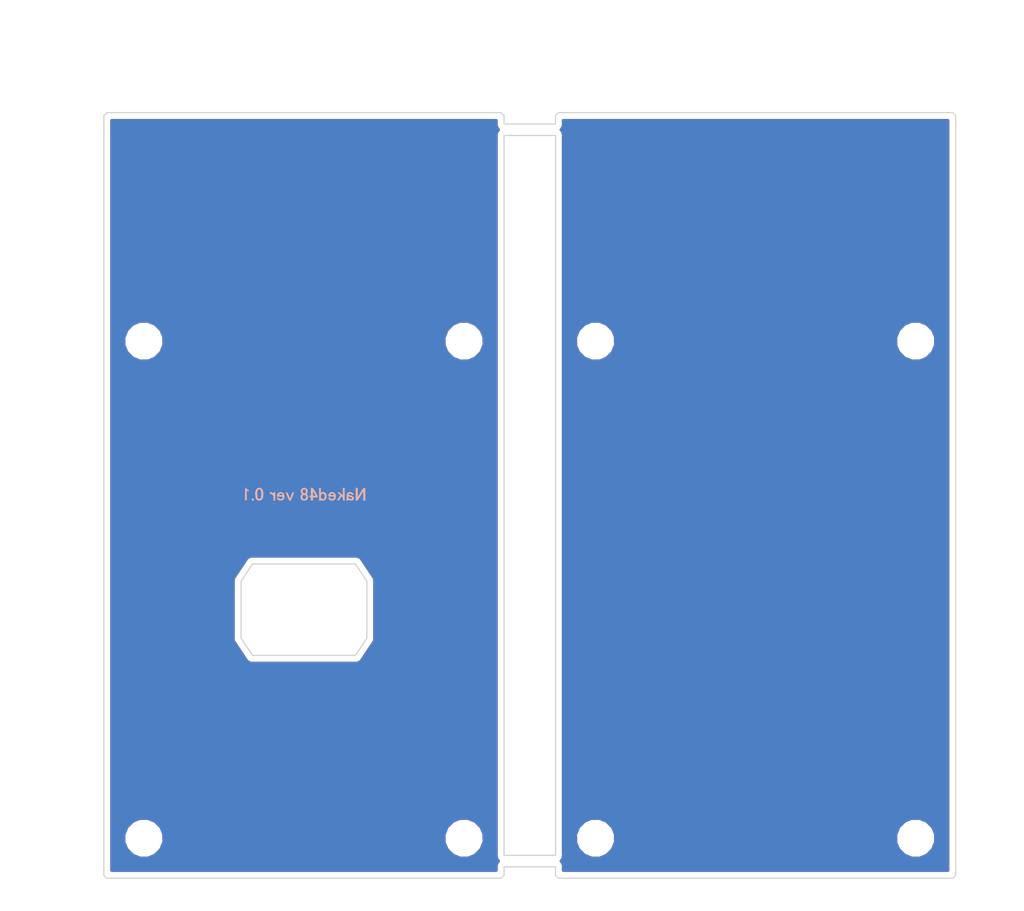
<source format=kicad_pcb>
(kicad_pcb (version 20171130) (host pcbnew "(5.0.1)-3")

  (general
    (thickness 1.6)
    (drawings 44)
    (tracks 0)
    (zones 0)
    (modules 9)
    (nets 1)
  )

  (page A4)
  (layers
    (0 F.Cu signal)
    (31 B.Cu signal)
    (32 B.Adhes user)
    (33 F.Adhes user)
    (34 B.Paste user)
    (35 F.Paste user)
    (36 B.SilkS user)
    (37 F.SilkS user)
    (38 B.Mask user)
    (39 F.Mask user)
    (40 Dwgs.User user)
    (41 Cmts.User user)
    (42 Eco1.User user)
    (43 Eco2.User user)
    (44 Edge.Cuts user)
    (45 Margin user)
    (46 B.CrtYd user)
    (47 F.CrtYd user)
    (48 B.Fab user)
    (49 F.Fab user)
  )

  (setup
    (last_trace_width 0.25)
    (user_trace_width 0.5)
    (trace_clearance 0.2)
    (zone_clearance 0.508)
    (zone_45_only no)
    (trace_min 0.2)
    (segment_width 0.2)
    (edge_width 0.1)
    (via_size 0.8)
    (via_drill 0.4)
    (via_min_size 0.4)
    (via_min_drill 0.3)
    (uvia_size 0.3)
    (uvia_drill 0.1)
    (uvias_allowed no)
    (uvia_min_size 0.2)
    (uvia_min_drill 0.1)
    (pcb_text_width 0.3)
    (pcb_text_size 1.5 1.5)
    (mod_edge_width 0.15)
    (mod_text_size 1 1)
    (mod_text_width 0.15)
    (pad_size 1.5 1.5)
    (pad_drill 0.6)
    (pad_to_mask_clearance 0)
    (solder_mask_min_width 0.25)
    (aux_axis_origin 0 0)
    (visible_elements 7FFFFFFF)
    (pcbplotparams
      (layerselection 0x010f0_ffffffff)
      (usegerberextensions true)
      (usegerberattributes false)
      (usegerberadvancedattributes false)
      (creategerberjobfile false)
      (excludeedgelayer true)
      (linewidth 0.100000)
      (plotframeref false)
      (viasonmask false)
      (mode 1)
      (useauxorigin false)
      (hpglpennumber 1)
      (hpglpenspeed 20)
      (hpglpendiameter 15.000000)
      (psnegative false)
      (psa4output false)
      (plotreference true)
      (plotvalue true)
      (plotinvisibletext false)
      (padsonsilk false)
      (subtractmaskfromsilk false)
      (outputformat 1)
      (mirror false)
      (drillshape 0)
      (scaleselection 1)
      (outputdirectory "../../Naked48/生成ファイル/20190512/60YMT/"))
  )

  (net 0 "")

  (net_class Default "これはデフォルトのネット クラスです。"
    (clearance 0.2)
    (trace_width 0.25)
    (via_dia 0.8)
    (via_drill 0.4)
    (uvia_dia 0.3)
    (uvia_drill 0.1)
  )

  (module Mounting_Holes:MountingHole_2.2mm_M2 (layer F.Cu) (tedit 5C40A84E) (tstamp 5C8D3AB8)
    (at 198.5 48)
    (descr "Mounting Hole 2.2mm, no annular, M2")
    (tags "mounting hole 2.2mm no annular m2")
    (attr virtual)
    (fp_text reference REF** (at 0 -3.2) (layer F.SilkS) hide
      (effects (font (size 1 1) (thickness 0.15)))
    )
    (fp_text value MountingHole_2.2mm_M2 (at 0 3.2) (layer F.Fab)
      (effects (font (size 1 1) (thickness 0.15)))
    )
    (fp_circle (center 0 0) (end 2.45 0) (layer F.CrtYd) (width 0.05))
    (fp_circle (center 0 0) (end 2.2 0) (layer Cmts.User) (width 0.15))
    (fp_text user %R (at 0.3 0) (layer F.Fab)
      (effects (font (size 1 1) (thickness 0.15)))
    )
    (pad 1 np_thru_hole circle (at 0 0) (size 2.2 2.2) (drill 2.2) (layers *.Cu *.Mask))
  )

  (module Mounting_Holes:MountingHole_2.2mm_M2 (layer F.Cu) (tedit 5C40A881) (tstamp 5C8D3AB1)
    (at 170.5 91.5)
    (descr "Mounting Hole 2.2mm, no annular, M2")
    (tags "mounting hole 2.2mm no annular m2")
    (attr virtual)
    (fp_text reference REF** (at 0 -3.2) (layer F.SilkS) hide
      (effects (font (size 1 1) (thickness 0.15)))
    )
    (fp_text value MountingHole_2.2mm_M2 (at 0 3.2) (layer F.Fab)
      (effects (font (size 1 1) (thickness 0.15)))
    )
    (fp_circle (center 0 0) (end 2.45 0) (layer F.CrtYd) (width 0.05))
    (fp_circle (center 0 0) (end 2.2 0) (layer Cmts.User) (width 0.15))
    (fp_text user %R (at 0.3 0) (layer F.Fab)
      (effects (font (size 1 1) (thickness 0.15)))
    )
    (pad 1 np_thru_hole circle (at 0 0) (size 2.2 2.2) (drill 2.2) (layers *.Cu *.Mask))
  )

  (module Mounting_Holes:MountingHole_2.2mm_M2 (layer F.Cu) (tedit 5C40A8A5) (tstamp 5C8D3AAA)
    (at 198.5 91.5)
    (descr "Mounting Hole 2.2mm, no annular, M2")
    (tags "mounting hole 2.2mm no annular m2")
    (attr virtual)
    (fp_text reference REF** (at 0 -3.2) (layer F.SilkS) hide
      (effects (font (size 1 1) (thickness 0.15)))
    )
    (fp_text value MountingHole_2.2mm_M2 (at 0 3.2) (layer F.Fab)
      (effects (font (size 1 1) (thickness 0.15)))
    )
    (fp_circle (center 0 0) (end 2.45 0) (layer F.CrtYd) (width 0.05))
    (fp_circle (center 0 0) (end 2.2 0) (layer Cmts.User) (width 0.15))
    (fp_text user %R (at 0.3 0) (layer F.Fab)
      (effects (font (size 1 1) (thickness 0.15)))
    )
    (pad 1 np_thru_hole circle (at 0 0) (size 2.2 2.2) (drill 2.2) (layers *.Cu *.Mask))
  )

  (module Mounting_Holes:MountingHole_2.2mm_M2 (layer F.Cu) (tedit 5C40A83E) (tstamp 5C8D3AA3)
    (at 170.5 48)
    (descr "Mounting Hole 2.2mm, no annular, M2")
    (tags "mounting hole 2.2mm no annular m2")
    (attr virtual)
    (fp_text reference REF** (at 0 -3.2) (layer F.SilkS) hide
      (effects (font (size 1 1) (thickness 0.15)))
    )
    (fp_text value MountingHole_2.2mm_M2 (at 0 3.2) (layer F.Fab)
      (effects (font (size 1 1) (thickness 0.15)))
    )
    (fp_circle (center 0 0) (end 2.45 0) (layer F.CrtYd) (width 0.05))
    (fp_circle (center 0 0) (end 2.2 0) (layer Cmts.User) (width 0.15))
    (fp_text user %R (at 0.3 0) (layer F.Fab)
      (effects (font (size 1 1) (thickness 0.15)))
    )
    (pad 1 np_thru_hole circle (at 0 0) (size 2.2 2.2) (drill 2.2) (layers *.Cu *.Mask))
  )

  (module Mounting_Holes:MountingHole_2.2mm_M2 (layer F.Cu) (tedit 5C40A83E) (tstamp 5C40E8CA)
    (at 131 48)
    (descr "Mounting Hole 2.2mm, no annular, M2")
    (tags "mounting hole 2.2mm no annular m2")
    (attr virtual)
    (fp_text reference REF** (at 0 -3.2) (layer F.SilkS) hide
      (effects (font (size 1 1) (thickness 0.15)))
    )
    (fp_text value MountingHole_2.2mm_M2 (at 0 3.2) (layer F.Fab)
      (effects (font (size 1 1) (thickness 0.15)))
    )
    (fp_text user %R (at 0.3 0) (layer F.Fab)
      (effects (font (size 1 1) (thickness 0.15)))
    )
    (fp_circle (center 0 0) (end 2.2 0) (layer Cmts.User) (width 0.15))
    (fp_circle (center 0 0) (end 2.45 0) (layer F.CrtYd) (width 0.05))
    (pad 1 np_thru_hole circle (at 0 0) (size 2.2 2.2) (drill 2.2) (layers *.Cu *.Mask))
  )

  (module Mounting_Holes:MountingHole_2.2mm_M2 (layer F.Cu) (tedit 5C40A84E) (tstamp 5C40E8EA)
    (at 159 48)
    (descr "Mounting Hole 2.2mm, no annular, M2")
    (tags "mounting hole 2.2mm no annular m2")
    (attr virtual)
    (fp_text reference REF** (at 0 -3.2) (layer F.SilkS) hide
      (effects (font (size 1 1) (thickness 0.15)))
    )
    (fp_text value MountingHole_2.2mm_M2 (at 0 3.2) (layer F.Fab)
      (effects (font (size 1 1) (thickness 0.15)))
    )
    (fp_text user %R (at 0.3 0) (layer F.Fab)
      (effects (font (size 1 1) (thickness 0.15)))
    )
    (fp_circle (center 0 0) (end 2.2 0) (layer Cmts.User) (width 0.15))
    (fp_circle (center 0 0) (end 2.45 0) (layer F.CrtYd) (width 0.05))
    (pad 1 np_thru_hole circle (at 0 0) (size 2.2 2.2) (drill 2.2) (layers *.Cu *.Mask))
  )

  (module Mounting_Holes:MountingHole_2.2mm_M2 (layer F.Cu) (tedit 5C40A881) (tstamp 5C40E932)
    (at 131 91.5)
    (descr "Mounting Hole 2.2mm, no annular, M2")
    (tags "mounting hole 2.2mm no annular m2")
    (attr virtual)
    (fp_text reference REF** (at 0 -3.2) (layer F.SilkS) hide
      (effects (font (size 1 1) (thickness 0.15)))
    )
    (fp_text value MountingHole_2.2mm_M2 (at 0 3.2) (layer F.Fab)
      (effects (font (size 1 1) (thickness 0.15)))
    )
    (fp_text user %R (at 0.3 0) (layer F.Fab)
      (effects (font (size 1 1) (thickness 0.15)))
    )
    (fp_circle (center 0 0) (end 2.2 0) (layer Cmts.User) (width 0.15))
    (fp_circle (center 0 0) (end 2.45 0) (layer F.CrtYd) (width 0.05))
    (pad 1 np_thru_hole circle (at 0 0) (size 2.2 2.2) (drill 2.2) (layers *.Cu *.Mask))
  )

  (module Mounting_Holes:MountingHole_2.2mm_M2 (layer F.Cu) (tedit 5C40A8A5) (tstamp 5C40E97D)
    (at 159 91.5)
    (descr "Mounting Hole 2.2mm, no annular, M2")
    (tags "mounting hole 2.2mm no annular m2")
    (attr virtual)
    (fp_text reference REF** (at 0 -3.2) (layer F.SilkS) hide
      (effects (font (size 1 1) (thickness 0.15)))
    )
    (fp_text value MountingHole_2.2mm_M2 (at 0 3.2) (layer F.Fab)
      (effects (font (size 1 1) (thickness 0.15)))
    )
    (fp_text user %R (at 0.3 0) (layer F.Fab)
      (effects (font (size 1 1) (thickness 0.15)))
    )
    (fp_circle (center 0 0) (end 2.2 0) (layer Cmts.User) (width 0.15))
    (fp_circle (center 0 0) (end 2.45 0) (layer F.CrtYd) (width 0.05))
    (pad 1 np_thru_hole circle (at 0 0) (size 2.2 2.2) (drill 2.2) (layers *.Cu *.Mask))
  )

  (module logos:Naked48_back (layer F.Cu) (tedit 5C3F610B) (tstamp 5C446F42)
    (at 145 61.5)
    (fp_text reference G*** (at 0 0 180) (layer B.SilkS) hide
      (effects (font (size 1.524 1.524) (thickness 0.3)) (justify mirror))
    )
    (fp_text value LOGO (at -0.75 0 180) (layer B.SilkS) hide
      (effects (font (size 1.524 1.524) (thickness 0.3)) (justify mirror))
    )
    (fp_poly (pts (xy -5.130255 -0.680147) (xy -5.139933 -0.659207) (xy -5.146918 -0.617011) (xy -5.151623 -0.547591)
      (xy -5.154462 -0.444978) (xy -5.15585 -0.303203) (xy -5.1562 -0.127) (xy -5.1562 0.4318)
      (xy -5.0038 0.4318) (xy -5.0038 -0.4064) (xy -4.900337 -0.4064) (xy -4.833972 -0.41028)
      (xy -4.806588 -0.425494) (xy -4.805304 -0.45085) (xy -4.83672 -0.488826) (xy -4.889717 -0.503898)
      (xy -4.980835 -0.530229) (xy -5.038906 -0.589627) (xy -5.056617 -0.627607) (xy -5.087715 -0.672394)
      (xy -5.117471 -0.6858) (xy -5.130255 -0.680147)) (layer B.SilkS) (width 0.01))
    (fp_poly (pts (xy -4.542683 0.283331) (xy -4.567119 0.305515) (xy -4.571988 0.361533) (xy -4.572 0.3683)
      (xy -4.568068 0.427883) (xy -4.545884 0.452319) (xy -4.489866 0.457188) (xy -4.4831 0.4572)
      (xy -4.423516 0.453268) (xy -4.39908 0.431084) (xy -4.394211 0.375066) (xy -4.3942 0.3683)
      (xy -4.398131 0.308716) (xy -4.420315 0.28428) (xy -4.476333 0.279411) (xy -4.4831 0.2794)
      (xy -4.542683 0.283331)) (layer B.SilkS) (width 0.01))
    (fp_poly (pts (xy -3.997201 -0.664824) (xy -4.057925 -0.642162) (xy -4.119158 -0.592247) (xy -4.124985 -0.586638)
      (xy -4.192498 -0.503452) (xy -4.236719 -0.402708) (xy -4.259986 -0.275191) (xy -4.264638 -0.111682)
      (xy -4.26235 -0.045289) (xy -4.24789 0.117662) (xy -4.219919 0.239038) (xy -4.175497 0.326955)
      (xy -4.111683 0.389528) (xy -4.102539 0.395747) (xy -3.991984 0.440588) (xy -3.86961 0.446456)
      (xy -3.760064 0.41408) (xy -3.679264 0.357969) (xy -3.622308 0.281676) (xy -3.585479 0.17668)
      (xy -3.565061 0.03446) (xy -3.560227 -0.044191) (xy -3.559862 -0.124946) (xy -3.729408 -0.124946)
      (xy -3.734287 0.007646) (xy -3.750759 0.125444) (xy -3.778823 0.212386) (xy -3.784321 0.22225)
      (xy -3.846791 0.28654) (xy -3.921399 0.306115) (xy -3.996593 0.279594) (xy -4.028313 0.25141)
      (xy -4.050452 0.219145) (xy -4.065544 0.173365) (xy -4.075297 0.103759) (xy -4.081423 0.000011)
      (xy -4.084127 -0.08514) (xy -4.086386 -0.213642) (xy -4.084248 -0.303165) (xy -4.076301 -0.365441)
      (xy -4.06113 -0.412203) (xy -4.040051 -0.45085) (xy -3.991385 -0.510147) (xy -3.934992 -0.532203)
      (xy -3.9116 -0.5334) (xy -3.848919 -0.521105) (xy -3.800786 -0.475922) (xy -3.784321 -0.45085)
      (xy -3.754425 -0.370258) (xy -3.73612 -0.256269) (xy -3.729408 -0.124946) (xy -3.559862 -0.124946)
      (xy -3.559419 -0.222532) (xy -3.576139 -0.361589) (xy -3.612726 -0.470556) (xy -3.671518 -0.558623)
      (xy -3.698214 -0.586638) (xy -3.760615 -0.639229) (xy -3.820426 -0.663752) (xy -3.903031 -0.670144)
      (xy -3.9116 -0.67017) (xy -3.997201 -0.664824)) (layer B.SilkS) (width 0.01))
    (fp_poly (pts (xy -2.995997 -0.259679) (xy -2.997142 -0.224968) (xy -2.992246 -0.166645) (xy -2.967701 -0.142593)
      (xy -2.916296 -0.136761) (xy -2.843009 -0.117874) (xy -2.769895 -0.061423) (xy -2.751254 -0.041884)
      (xy -2.709121 0.007042) (xy -2.684041 0.050365) (xy -2.671604 0.103548) (xy -2.667403 0.182051)
      (xy -2.667 0.253626) (xy -2.667 0.4572) (xy -2.5146 0.4572) (xy -2.5146 -0.2794)
      (xy -2.5908 -0.2794) (xy -2.645136 -0.272691) (xy -2.665059 -0.243588) (xy -2.667 -0.213643)
      (xy -2.667 -0.147885) (xy -2.745148 -0.213643) (xy -2.806731 -0.256099) (xy -2.8608 -0.278409)
      (xy -2.870071 -0.2794) (xy -2.933681 -0.287826) (xy -2.957022 -0.294818) (xy -2.984793 -0.294941)
      (xy -2.995997 -0.259679)) (layer B.SilkS) (width 0.01))
    (fp_poly (pts (xy -2.14897 -0.274747) (xy -2.24468 -0.217649) (xy -2.317339 -0.130422) (xy -2.357374 -0.01985)
      (xy -2.3622 0.037284) (xy -2.3622 0.1016) (xy -2.1082 0.1016) (xy -1.99267 0.102263)
      (xy -1.918722 0.105509) (xy -1.877143 0.113223) (xy -1.85872 0.127289) (xy -1.854239 0.149591)
      (xy -1.8542 0.153554) (xy -1.876303 0.218918) (xy -1.931502 0.279646) (xy -2.003134 0.320878)
      (xy -2.052308 0.3302) (xy -2.12185 0.312881) (xy -2.180153 0.27033) (xy -2.209101 0.216657)
      (xy -2.2098 0.207549) (xy -2.231851 0.186669) (xy -2.284988 0.177802) (xy -2.286 0.1778)
      (xy -2.344762 0.192122) (xy -2.362364 0.232591) (xy -2.338718 0.295457) (xy -2.290266 0.359105)
      (xy -2.237016 0.409267) (xy -2.179 0.436028) (xy -2.094656 0.448722) (xy -2.080716 0.44982)
      (xy -1.980714 0.450727) (xy -1.906687 0.432746) (xy -1.861783 0.408937) (xy -1.771065 0.328664)
      (xy -1.719672 0.223665) (xy -1.705073 0.088023) (xy -1.706987 0.047075) (xy -1.72612 -0.051429)
      (xy -1.86729 -0.051429) (xy -1.869817 -0.034752) (xy -1.901481 -0.027354) (xy -1.97116 -0.025461)
      (xy -2.016201 -0.0254) (xy -2.110141 -0.027938) (xy -2.162707 -0.036925) (xy -2.183134 -0.05442)
      (xy -2.1844 -0.062915) (xy -2.164896 -0.102826) (xy -2.121713 -0.141503) (xy -2.041797 -0.166619)
      (xy -1.959741 -0.148051) (xy -1.891049 -0.089751) (xy -1.885025 -0.081158) (xy -1.86729 -0.051429)
      (xy -1.72612 -0.051429) (xy -1.732603 -0.0848) (xy -1.791361 -0.182288) (xy -1.889084 -0.25383)
      (xy -1.926681 -0.271414) (xy -2.039779 -0.29493) (xy -2.14897 -0.274747)) (layer B.SilkS) (width 0.01))
    (fp_poly (pts (xy -0.973933 -0.275315) (xy -1.002892 -0.256497) (xy -1.03036 -0.213105) (xy -1.064036 -0.1353)
      (xy -1.079833 -0.09525) (xy -1.120128 0.007329) (xy -1.158353 0.103493) (xy -1.186618 0.173399)
      (xy -1.187899 0.176505) (xy -1.224106 0.26411) (xy -1.33266 -0.001295) (xy -1.380612 -0.116597)
      (xy -1.415783 -0.192978) (xy -1.443936 -0.238814) (xy -1.470833 -0.26248) (xy -1.502233 -0.272351)
      (xy -1.520707 -0.27466) (xy -1.575491 -0.277207) (xy -1.600097 -0.272543) (xy -1.6002 -0.272013)
      (xy -1.590846 -0.24614) (xy -1.565075 -0.181888) (xy -1.526316 -0.08764) (xy -1.478002 0.028223)
      (xy -1.451373 0.091546) (xy -1.393514 0.227448) (xy -1.35043 0.323443) (xy -1.317705 0.386662)
      (xy -1.290921 0.424232) (xy -1.265663 0.443282) (xy -1.237513 0.450942) (xy -1.228004 0.452069)
      (xy -1.19867 0.453404) (xy -1.174582 0.446046) (xy -1.151337 0.423131) (xy -1.124531 0.377793)
      (xy -1.089759 0.303171) (xy -1.042616 0.192398) (xy -1.007989 0.109169) (xy -0.957059 -0.014828)
      (xy -0.913987 -0.122169) (xy -0.882184 -0.204152) (xy -0.865064 -0.252078) (xy -0.863059 -0.26035)
      (xy -0.885484 -0.274021) (xy -0.935787 -0.2794) (xy -0.973933 -0.275315)) (layer B.SilkS) (width 0.01))
    (fp_poly (pts (xy -0.062358 -0.655593) (xy -0.121418 -0.634587) (xy -0.179366 -0.587504) (xy -0.19304 -0.574041)
      (xy -0.248809 -0.50949) (xy -0.273914 -0.448225) (xy -0.2794 -0.372257) (xy -0.267372 -0.271783)
      (xy -0.226749 -0.195836) (xy -0.220922 -0.188849) (xy -0.162444 -0.120864) (xy -0.233622 -0.049686)
      (xy -0.279957 0.007487) (xy -0.300717 0.070875) (xy -0.3048 0.144794) (xy -0.296117 0.236259)
      (xy -0.273738 0.309821) (xy -0.265158 0.324693) (xy -0.184447 0.398939) (xy -0.075914 0.443808)
      (xy 0.045077 0.456678) (xy 0.163163 0.434924) (xy 0.220629 0.407664) (xy 0.297333 0.347433)
      (xy 0.339537 0.274188) (xy 0.355002 0.172502) (xy 0.3556 0.139415) (xy 0.352242 0.099688)
      (xy 0.199346 0.099688) (xy 0.192612 0.182895) (xy 0.146989 0.261473) (xy 0.140855 0.267854)
      (xy 0.06554 0.3199) (xy -0.00843 0.321629) (xy -0.084661 0.272995) (xy -0.093075 0.264833)
      (xy -0.137296 0.209174) (xy -0.148325 0.150886) (xy -0.1433 0.106167) (xy -0.11086 0.014175)
      (xy -0.048563 -0.037271) (xy 0.030255 -0.0508) (xy 0.113763 -0.029849) (xy 0.171594 0.024544)
      (xy 0.199346 0.099688) (xy 0.352242 0.099688) (xy 0.348302 0.053098) (xy 0.320091 -0.008888)
      (xy 0.284423 -0.049686) (xy 0.213245 -0.120864) (xy 0.274507 -0.192086) (xy 0.312014 -0.245086)
      (xy 0.326767 -0.301067) (xy 0.324328 -0.381607) (xy 0.175616 -0.381607) (xy 0.169835 -0.301342)
      (xy 0.128255 -0.229868) (xy 0.127 -0.2286) (xy 0.071706 -0.190545) (xy 0.0254 -0.1778)
      (xy -0.029894 -0.195039) (xy -0.0762 -0.2286) (xy -0.11856 -0.299748) (xy -0.125023 -0.379975)
      (xy -0.100315 -0.455107) (xy -0.049158 -0.51097) (xy 0.023721 -0.533391) (xy 0.0254 -0.5334)
      (xy 0.098674 -0.51181) (xy 0.15032 -0.456487) (xy 0.175616 -0.381607) (xy 0.324328 -0.381607)
      (xy 0.324302 -0.382436) (xy 0.323548 -0.390496) (xy 0.292425 -0.513604) (xy 0.226506 -0.599722)
      (xy 0.126181 -0.648499) (xy 0.02246 -0.6604) (xy -0.062358 -0.655593)) (layer B.SilkS) (width 0.01))
    (fp_poly (pts (xy 0.6096 0.0254) (xy 0.5461 0.0254) (xy 0.500719 0.033601) (xy 0.484117 0.068463)
      (xy 0.4826 0.1016) (xy 0.489435 0.156058) (xy 0.518487 0.17598) (xy 0.5461 0.1778)
      (xy 0.582468 0.181426) (xy 0.601405 0.200592) (xy 0.60856 0.247731) (xy 0.6096 0.3175)
      (xy 0.610991 0.397384) (xy 0.619454 0.438966) (xy 0.641425 0.45474) (xy 0.681567 0.4572)
      (xy 0.73974 0.45176) (xy 0.770467 0.440266) (xy 0.780399 0.406844) (xy 0.786491 0.341075)
      (xy 0.7874 0.300566) (xy 0.7874 0.1778) (xy 1.1938 0.1778) (xy 1.1938 0.099442)
      (xy 1.18049 0.042043) (xy 1.167538 0.013147) (xy 1.016 0.013147) (xy 0.993278 0.020457)
      (xy 0.935794 0.024839) (xy 0.9017 0.0254) (xy 0.7874 0.0254) (xy 0.7874 -0.169334)
      (xy 0.78855 -0.259766) (xy 0.791598 -0.324911) (xy 0.795944 -0.353364) (xy 0.797097 -0.353484)
      (xy 0.81687 -0.324844) (xy 0.853074 -0.267108) (xy 0.89811 -0.193003) (xy 0.944379 -0.115256)
      (xy 0.984282 -0.046597) (xy 1.010219 0.000248) (xy 1.016 0.013147) (xy 1.167538 0.013147)
      (xy 1.139762 -0.048818) (xy 1.070422 -0.175528) (xy 0.98425 -0.319455) (xy 0.904589 -0.448038)
      (xy 0.845716 -0.539435) (xy 0.802204 -0.599972) (xy 0.768631 -0.635978) (xy 0.739571 -0.65378)
      (xy 0.7096 -0.659708) (xy 0.69215 -0.660197) (xy 0.6096 -0.6604) (xy 0.6096 0.0254)) (layer B.SilkS) (width 0.01))
    (fp_poly (pts (xy 1.3208 0.4572) (xy 1.394884 0.4572) (xy 1.451713 0.447464) (xy 1.480609 0.42545)
      (xy 1.49757 0.406437) (xy 1.525905 0.42545) (xy 1.580801 0.449308) (xy 1.661946 0.455538)
      (xy 1.747957 0.44417) (xy 1.800952 0.425075) (xy 1.893023 0.350054) (xy 1.952461 0.238229)
      (xy 1.975354 0.120953) (xy 1.972914 0.067969) (xy 1.82445 0.067969) (xy 1.817092 0.165016)
      (xy 1.784344 0.248172) (xy 1.751387 0.28549) (xy 1.674248 0.325426) (xy 1.599794 0.315519)
      (xy 1.535546 0.267854) (xy 1.486996 0.192341) (xy 1.470086 0.104407) (xy 1.480509 0.014545)
      (xy 1.513961 -0.066753) (xy 1.566135 -0.128993) (xy 1.632726 -0.161682) (xy 1.708871 -0.154541)
      (xy 1.768871 -0.107008) (xy 1.807887 -0.027772) (xy 1.82445 0.067969) (xy 1.972914 0.067969)
      (xy 1.968946 -0.018193) (xy 1.929347 -0.135815) (xy 1.862824 -0.226272) (xy 1.775645 -0.283926)
      (xy 1.674074 -0.303138) (xy 1.56438 -0.278269) (xy 1.54305 -0.26805) (xy 1.4732 -0.231613)
      (xy 1.4732 -0.6604) (xy 1.3208 -0.6604) (xy 1.3208 0.4572)) (layer B.SilkS) (width 0.01))
    (fp_poly (pts (xy 2.34683 -0.274747) (xy 2.25112 -0.217649) (xy 2.178461 -0.130422) (xy 2.138426 -0.01985)
      (xy 2.1336 0.037284) (xy 2.1336 0.1016) (xy 2.3876 0.1016) (xy 2.50313 0.102263)
      (xy 2.577078 0.105509) (xy 2.618657 0.113223) (xy 2.63708 0.127289) (xy 2.641561 0.149591)
      (xy 2.6416 0.153554) (xy 2.619497 0.218918) (xy 2.564298 0.279646) (xy 2.492666 0.320878)
      (xy 2.443492 0.3302) (xy 2.37395 0.312881) (xy 2.315647 0.27033) (xy 2.286699 0.216657)
      (xy 2.286 0.207549) (xy 2.263949 0.186669) (xy 2.210812 0.177802) (xy 2.2098 0.1778)
      (xy 2.151038 0.192122) (xy 2.133436 0.232591) (xy 2.157082 0.295457) (xy 2.205534 0.359105)
      (xy 2.258784 0.409267) (xy 2.3168 0.436028) (xy 2.401144 0.448722) (xy 2.415084 0.44982)
      (xy 2.515086 0.450727) (xy 2.589113 0.432746) (xy 2.634017 0.408937) (xy 2.724735 0.328664)
      (xy 2.776128 0.223665) (xy 2.790727 0.088023) (xy 2.788813 0.047075) (xy 2.76968 -0.051429)
      (xy 2.62851 -0.051429) (xy 2.625983 -0.034752) (xy 2.594319 -0.027354) (xy 2.52464 -0.025461)
      (xy 2.479599 -0.0254) (xy 2.385659 -0.027938) (xy 2.333093 -0.036925) (xy 2.312666 -0.05442)
      (xy 2.3114 -0.062915) (xy 2.330904 -0.102826) (xy 2.374087 -0.141503) (xy 2.454003 -0.166619)
      (xy 2.536059 -0.148051) (xy 2.604751 -0.089751) (xy 2.610775 -0.081158) (xy 2.62851 -0.051429)
      (xy 2.76968 -0.051429) (xy 2.763197 -0.0848) (xy 2.704439 -0.182288) (xy 2.606716 -0.25383)
      (xy 2.569119 -0.271414) (xy 2.456021 -0.29493) (xy 2.34683 -0.274747)) (layer B.SilkS) (width 0.01))
    (fp_poly (pts (xy 3.4036 0.011109) (xy 3.256814 -0.134146) (xy 3.176384 -0.209946) (xy 3.116942 -0.254462)
      (xy 3.066559 -0.2751) (xy 3.022819 -0.2794) (xy 2.93561 -0.2794) (xy 3.058331 -0.154806)
      (xy 3.181053 -0.030211) (xy 3.038327 0.200523) (xy 2.97995 0.296037) (xy 2.933115 0.37484)
      (xy 2.903369 0.427458) (xy 2.8956 0.444228) (xy 2.917564 0.453609) (xy 2.96545 0.457071)
      (xy 3.003433 0.450882) (xy 3.039467 0.427019) (xy 3.081647 0.377305) (xy 3.13807 0.293563)
      (xy 3.15724 0.263354) (xy 3.279179 0.069766) (xy 3.340176 0.127071) (xy 3.382374 0.183015)
      (xy 3.403667 0.260151) (xy 3.408737 0.314437) (xy 3.415492 0.391425) (xy 3.429247 0.431349)
      (xy 3.457698 0.44794) (xy 3.48615 0.452537) (xy 3.556 0.460574) (xy 3.556 -0.6604)
      (xy 3.4036 -0.6604) (xy 3.4036 0.011109)) (layer B.SilkS) (width 0.01))
    (fp_poly (pts (xy 3.941034 -0.280487) (xy 3.845405 -0.242167) (xy 3.784759 -0.182772) (xy 3.752066 -0.092376)
      (xy 3.741702 0.000951) (xy 3.735538 0.119025) (xy 3.728817 0.247667) (xy 3.72583 0.3048)
      (xy 3.717859 0.4572) (xy 3.790127 0.4572) (xy 3.847003 0.445949) (xy 3.876082 0.421531)
      (xy 3.892536 0.399698) (xy 3.925529 0.405675) (xy 3.957835 0.421375) (xy 4.06037 0.453955)
      (xy 4.168469 0.454981) (xy 4.263622 0.425862) (xy 4.306455 0.394854) (xy 4.361563 0.312167)
      (xy 4.369201 0.233909) (xy 4.213207 0.233909) (xy 4.194115 0.288198) (xy 4.190732 0.292423)
      (xy 4.131945 0.326257) (xy 4.050261 0.318136) (xy 3.96875 0.279678) (xy 3.906636 0.227568)
      (xy 3.886289 0.1677) (xy 3.8862 0.162646) (xy 3.890272 0.119492) (xy 3.912313 0.104979)
      (xy 3.967067 0.111143) (xy 3.977812 0.113132) (xy 4.10407 0.145546) (xy 4.182863 0.186082)
      (xy 4.213207 0.233909) (xy 4.369201 0.233909) (xy 4.369828 0.227491) (xy 4.334544 0.147018)
      (xy 4.259004 0.076942) (xy 4.146503 0.023457) (xy 4.1021 0.010572) (xy 3.997333 -0.015943)
      (xy 3.93351 -0.034475) (xy 3.902415 -0.049842) (xy 3.895832 -0.06686) (xy 3.905543 -0.090345)
      (xy 3.911399 -0.101224) (xy 3.957394 -0.139948) (xy 4.027431 -0.155243) (xy 4.100549 -0.147079)
      (xy 4.155786 -0.115425) (xy 4.1656 -0.1016) (xy 4.215742 -0.059138) (xy 4.268094 -0.0508)
      (xy 4.321213 -0.054955) (xy 4.339214 -0.073919) (xy 4.324185 -0.117445) (xy 4.293664 -0.17016)
      (xy 4.220192 -0.244704) (xy 4.11741 -0.28643) (xy 3.997771 -0.291441) (xy 3.941034 -0.280487)) (layer B.SilkS) (width 0.01))
    (fp_poly (pts (xy 5.267717 -0.655584) (xy 5.23433 -0.651264) (xy 5.205604 -0.640669) (xy 5.176686 -0.617713)
      (xy 5.142726 -0.57631) (xy 5.098873 -0.510376) (xy 5.040278 -0.413826) (xy 4.962088 -0.280574)
      (xy 4.943867 -0.249318) (xy 4.7117 0.149064) (xy 4.697742 -0.6604) (xy 4.5212 -0.6604)
      (xy 4.5212 0.4572) (xy 4.607673 0.4572) (xy 4.638635 0.455799) (xy 4.665569 0.447709)
      (xy 4.693132 0.427097) (xy 4.725978 0.38813) (xy 4.768763 0.324976) (xy 4.826144 0.231802)
      (xy 4.902776 0.102774) (xy 4.937135 0.04445) (xy 5.180126 -0.3683) (xy 5.1943 0.4445)
      (xy 5.3594 0.460418) (xy 5.3594 -0.663467) (xy 5.267717 -0.655584)) (layer B.SilkS) (width 0.01))
  )

  (dimension 74.5 (width 0.3) (layer Dwgs.User) (tstamp 5C8D3A93)
    (gr_text "74.500 mm" (at 164.75 19.25) (layer Dwgs.User) (tstamp 5C8D3A93)
      (effects (font (size 1.5 1.5) (thickness 0.3)))
    )
    (feature1 (pts (xy 202 28) (xy 202 20.763579)))
    (feature2 (pts (xy 127.5 28) (xy 127.5 20.763579)))
    (crossbar (pts (xy 127.5 21.35) (xy 202 21.35)))
    (arrow1a (pts (xy 202 21.35) (xy 200.873496 21.936421)))
    (arrow1b (pts (xy 202 21.35) (xy 200.873496 20.763579)))
    (arrow2a (pts (xy 127.5 21.35) (xy 128.626504 21.936421)))
    (arrow2b (pts (xy 127.5 21.35) (xy 128.626504 20.763579)))
  )
  (gr_line (start 167 29) (end 167 28.25) (layer Edge.Cuts) (width 0.1))
  (gr_line (start 167 94) (end 167 94.75) (layer Edge.Cuts) (width 0.1))
  (gr_line (start 162.5 94) (end 167 94) (layer Edge.Cuts) (width 0.1))
  (gr_line (start 162.5 93) (end 167 93) (layer Edge.Cuts) (width 0.1))
  (gr_line (start 162.5 30) (end 167 30) (layer Edge.Cuts) (width 0.1))
  (gr_line (start 162.5 29) (end 167 29) (layer Edge.Cuts) (width 0.1))
  (gr_line (start 167.25 95) (end 201.75 95) (layer Edge.Cuts) (width 0.1) (tstamp 5C8D3AC7))
  (gr_line (start 201.75 28) (end 167.25 28) (layer Edge.Cuts) (width 0.1) (tstamp 5C8D3AC5))
  (gr_line (start 167 30) (end 167 93) (layer Edge.Cuts) (width 0.1) (tstamp 5C8D3AC3))
  (dimension 5.75 (width 0.3) (layer Dwgs.User) (tstamp 5C8D3ABF)
    (gr_text "5.750 mm" (at 182 94.875 270) (layer Dwgs.User) (tstamp 5C8D3ABF)
      (effects (font (size 1.5 1.5) (thickness 0.3)))
    )
    (feature1 (pts (xy 170.65 97.75) (xy 180.486421 97.75)))
    (feature2 (pts (xy 170.65 92) (xy 180.486421 92)))
    (crossbar (pts (xy 179.9 92) (xy 179.9 97.75)))
    (arrow1a (pts (xy 179.9 97.75) (xy 179.313579 96.623496)))
    (arrow1b (pts (xy 179.9 97.75) (xy 180.486421 96.623496)))
    (arrow2a (pts (xy 179.9 92) (xy 179.313579 93.126504)))
    (arrow2b (pts (xy 179.9 92) (xy 180.486421 93.126504)))
  )
  (gr_line (start 167.25 28) (end 167 28.25) (layer Edge.Cuts) (width 0.1) (tstamp 5C8D3AA2))
  (dimension 3.5 (width 0.3) (layer Dwgs.User) (tstamp 5C8D3AA0)
    (gr_text "3.500 mm" (at 168.75 94.6) (layer Dwgs.User) (tstamp 5C8D3AA0)
      (effects (font (size 1.5 1.5) (thickness 0.3)))
    )
    (feature1 (pts (xy 170.5 91.5) (xy 170.5 93.086421)))
    (feature2 (pts (xy 167 91.5) (xy 167 93.086421)))
    (crossbar (pts (xy 167 92.5) (xy 170.5 92.5)))
    (arrow1a (pts (xy 170.5 92.5) (xy 169.373496 93.086421)))
    (arrow1b (pts (xy 170.5 92.5) (xy 169.373496 91.913579)))
    (arrow2a (pts (xy 167 92.5) (xy 168.126504 93.086421)))
    (arrow2b (pts (xy 167 92.5) (xy 168.126504 91.913579)))
  )
  (dimension 3.5 (width 0.3) (layer Dwgs.User) (tstamp 5C8D3A9E)
    (gr_text "3.500 mm" (at 174.1 93.25 90) (layer Dwgs.User) (tstamp 5C8D3A9E)
      (effects (font (size 1.5 1.5) (thickness 0.3)))
    )
    (feature1 (pts (xy 170.5 91.5) (xy 172.586421 91.5)))
    (feature2 (pts (xy 170.5 95) (xy 172.586421 95)))
    (crossbar (pts (xy 172 95) (xy 172 91.5)))
    (arrow1a (pts (xy 172 91.5) (xy 172.586421 92.626504)))
    (arrow1b (pts (xy 172 91.5) (xy 171.413579 92.626504)))
    (arrow2a (pts (xy 172 95) (xy 172.586421 93.873496)))
    (arrow2b (pts (xy 172 95) (xy 171.413579 93.873496)))
  )
  (gr_line (start 167 94.75) (end 167.25 95) (layer Edge.Cuts) (width 0.1) (tstamp 5C8D3A9D))
  (gr_line (start 202 28.25) (end 201.75 28) (layer Edge.Cuts) (width 0.1) (tstamp 5C8D3A9C))
  (gr_line (start 201.75 95) (end 202 94.75) (layer Edge.Cuts) (width 0.1) (tstamp 5C8D3A9B))
  (gr_line (start 202 94.75) (end 202 28.25) (layer Edge.Cuts) (width 0.1) (tstamp 5C8D3A8F))
  (dimension 3.5 (width 0.3) (layer Dwgs.User)
    (gr_text "3.500 mm" (at 129.25 94.6) (layer Dwgs.User)
      (effects (font (size 1.5 1.5) (thickness 0.3)))
    )
    (feature1 (pts (xy 131 91.5) (xy 131 93.086421)))
    (feature2 (pts (xy 127.5 91.5) (xy 127.5 93.086421)))
    (crossbar (pts (xy 127.5 92.5) (xy 131 92.5)))
    (arrow1a (pts (xy 131 92.5) (xy 129.873496 93.086421)))
    (arrow1b (pts (xy 131 92.5) (xy 129.873496 91.913579)))
    (arrow2a (pts (xy 127.5 92.5) (xy 128.626504 93.086421)))
    (arrow2b (pts (xy 127.5 92.5) (xy 128.626504 91.913579)))
  )
  (dimension 3.5 (width 0.3) (layer Dwgs.User)
    (gr_text "3.500 mm" (at 134.6 93.25 90) (layer Dwgs.User)
      (effects (font (size 1.5 1.5) (thickness 0.3)))
    )
    (feature1 (pts (xy 131 91.5) (xy 133.086421 91.5)))
    (feature2 (pts (xy 131 95) (xy 133.086421 95)))
    (crossbar (pts (xy 132.5 95) (xy 132.5 91.5)))
    (arrow1a (pts (xy 132.5 91.5) (xy 133.086421 92.626504)))
    (arrow1b (pts (xy 132.5 91.5) (xy 131.913579 92.626504)))
    (arrow2a (pts (xy 132.5 95) (xy 133.086421 93.873496)))
    (arrow2b (pts (xy 132.5 95) (xy 131.913579 93.873496)))
  )
  (gr_line (start 162.5 28.25) (end 162.25 28) (layer Edge.Cuts) (width 0.1))
  (gr_line (start 162.25 95) (end 162.5 94.75) (layer Edge.Cuts) (width 0.1))
  (gr_line (start 127.5 94.75) (end 127.75 95) (layer Edge.Cuts) (width 0.1))
  (gr_line (start 127.75 28) (end 127.5 28.25) (layer Edge.Cuts) (width 0.1))
  (dimension 5.75 (width 0.3) (layer Dwgs.User)
    (gr_text "5.750 mm" (at 142.5 94.875 270) (layer Dwgs.User)
      (effects (font (size 1.5 1.5) (thickness 0.3)))
    )
    (feature1 (pts (xy 131.15 97.75) (xy 140.986421 97.75)))
    (feature2 (pts (xy 131.15 92) (xy 140.986421 92)))
    (crossbar (pts (xy 140.4 92) (xy 140.4 97.75)))
    (arrow1a (pts (xy 140.4 97.75) (xy 139.813579 96.623496)))
    (arrow1b (pts (xy 140.4 97.75) (xy 140.986421 96.623496)))
    (arrow2a (pts (xy 140.4 92) (xy 139.813579 93.126504)))
    (arrow2b (pts (xy 140.4 92) (xy 140.986421 93.126504)))
  )
  (dimension 67 (width 0.3) (layer Dwgs.User)
    (gr_text "67.000 mm" (at 123.949926 61.5 270) (layer Dwgs.User)
      (effects (font (size 1.5 1.5) (thickness 0.3)))
    )
    (feature1 (pts (xy 127.5 95) (xy 125.463505 95)))
    (feature2 (pts (xy 127.5 28) (xy 125.463505 28)))
    (crossbar (pts (xy 126.049926 28) (xy 126.049926 95)))
    (arrow1a (pts (xy 126.049926 95) (xy 125.463505 93.873496)))
    (arrow1b (pts (xy 126.049926 95) (xy 126.636347 93.873496)))
    (arrow2a (pts (xy 126.049926 28) (xy 125.463505 29.126504)))
    (arrow2b (pts (xy 126.049926 28) (xy 126.636347 29.126504)))
  )
  (dimension 23.5 (width 0.3) (layer Dwgs.User)
    (gr_text "23.500 mm" (at 147.2 83.05 90) (layer Dwgs.User)
      (effects (font (size 1.5 1.5) (thickness 0.3)))
    )
    (feature1 (pts (xy 145.1 71.3) (xy 145.686421 71.3)))
    (feature2 (pts (xy 145.1 94.8) (xy 145.686421 94.8)))
    (crossbar (pts (xy 145.1 94.8) (xy 145.1 71.3)))
    (arrow1a (pts (xy 145.1 71.3) (xy 145.686421 72.426504)))
    (arrow1b (pts (xy 145.1 71.3) (xy 144.513579 72.426504)))
    (arrow2a (pts (xy 145.1 94.8) (xy 145.686421 93.673496)))
    (arrow2b (pts (xy 145.1 94.8) (xy 144.513579 93.673496)))
  )
  (gr_circle (center 145 71.5) (end 152.75 76.55) (layer Dwgs.User) (width 0.1))
  (dimension 17 (width 0.3) (layer Dwgs.User)
    (gr_text "17.000 mm" (at 136.5 73.408885) (layer Dwgs.User)
      (effects (font (size 1.5 1.5) (thickness 0.3)))
    )
    (feature1 (pts (xy 145 71.308885) (xy 145 71.895306)))
    (feature2 (pts (xy 128 71.308885) (xy 128 71.895306)))
    (crossbar (pts (xy 128 71.308885) (xy 145 71.308885)))
    (arrow1a (pts (xy 145 71.308885) (xy 143.873496 71.895306)))
    (arrow1b (pts (xy 145 71.308885) (xy 143.873496 70.722464)))
    (arrow2a (pts (xy 128 71.308885) (xy 129.126504 71.895306)))
    (arrow2b (pts (xy 128 71.308885) (xy 129.126504 70.722464)))
  )
  (dimension 35 (width 0.3) (layer Dwgs.User)
    (gr_text "35.000 mm" (at 145 24.75) (layer Dwgs.User)
      (effects (font (size 1.5 1.5) (thickness 0.3)))
    )
    (feature1 (pts (xy 162.5 28) (xy 162.5 26.263579)))
    (feature2 (pts (xy 127.5 28) (xy 127.5 26.263579)))
    (crossbar (pts (xy 127.5 26.85) (xy 162.5 26.85)))
    (arrow1a (pts (xy 162.5 26.85) (xy 161.373496 27.436421)))
    (arrow1b (pts (xy 162.5 26.85) (xy 161.373496 26.263579)))
    (arrow2a (pts (xy 127.5 26.85) (xy 128.626504 27.436421)))
    (arrow2b (pts (xy 127.5 26.85) (xy 128.626504 26.263579)))
  )
  (gr_line (start 139.5 74) (end 140.5 75.5) (layer Edge.Cuts) (width 0.1))
  (gr_line (start 140.5 67.5) (end 139.5 69) (layer Edge.Cuts) (width 0.1))
  (gr_line (start 150.5 69) (end 149.5 67.5) (layer Edge.Cuts) (width 0.1))
  (gr_line (start 149.5 75.5) (end 150.5 74) (layer Edge.Cuts) (width 0.1))
  (gr_line (start 162.5 94.75) (end 162.5 94) (layer Edge.Cuts) (width 0.1))
  (gr_line (start 162.5 29) (end 162.5 28.25) (layer Edge.Cuts) (width 0.1))
  (gr_line (start 162.5 30) (end 162.5 93) (layer Edge.Cuts) (width 0.1))
  (gr_line (start 162.25 28) (end 127.75 28) (layer Edge.Cuts) (width 0.1))
  (gr_line (start 127.75 95) (end 162.25 95) (layer Edge.Cuts) (width 0.1))
  (gr_line (start 127.5 28.25) (end 127.5 94.75) (layer Edge.Cuts) (width 0.1))
  (gr_line (start 139.5 74) (end 139.5 69) (layer Edge.Cuts) (width 0.1))
  (gr_line (start 149.5 75.5) (end 140.5 75.5) (layer Edge.Cuts) (width 0.1))
  (gr_line (start 140.5 67.5) (end 149.5 67.5) (layer Edge.Cuts) (width 0.1))
  (gr_line (start 150.5 74) (end 150.5 69) (layer Edge.Cuts) (width 0.1))

  (zone (net 0) (net_name "") (layers F&B.Cu) (tstamp 0) (hatch edge 0.508)
    (connect_pads (clearance 0.508))
    (min_thickness 0.254)
    (keepout (tracks not_allowed) (vias not_allowed) (copperpour not_allowed))
    (fill (arc_segments 16) (thermal_gap 0.508) (thermal_bridge_width 0.508))
    (polygon
      (pts
        (xy 140.5 67.5) (xy 139.5 69) (xy 139.5 74) (xy 140.5 75.5) (xy 149.5 75.5)
        (xy 150.5 74) (xy 150.5 69) (xy 149.5 67.5)
      )
    )
  )
  (zone (net 0) (net_name "") (layer F.Cu) (tstamp 5CD70F52) (hatch edge 0.508)
    (connect_pads (clearance 0.508))
    (min_thickness 0.254)
    (fill yes (arc_segments 16) (thermal_gap 0.508) (thermal_bridge_width 0.508))
    (polygon
      (pts
        (xy 127.5 28) (xy 202 28) (xy 202 95) (xy 127.5 95)
      )
    )
    (filled_polygon
      (pts
        (xy 201.315 94.315) (xy 167.685 94.315) (xy 167.685 94.067462) (xy 167.698419 94) (xy 167.645255 93.732727)
        (xy 167.493857 93.506143) (xy 167.484663 93.5) (xy 167.493857 93.493857) (xy 167.645255 93.267273) (xy 167.685 93.067462)
        (xy 167.698419 93) (xy 167.685 92.932538) (xy 167.685 91.211593) (xy 168.754677 91.211593) (xy 168.765 91.528284)
        (xy 168.765 91.845113) (xy 168.77621 91.872176) (xy 168.777164 91.901453) (xy 168.997901 92.434359) (xy 169.011293 92.439716)
        (xy 169.029138 92.482799) (xy 169.517201 92.970862) (xy 169.560284 92.988707) (xy 169.565641 93.002099) (xy 169.862171 93.113753)
        (xy 170.154887 93.235) (xy 170.184177 93.235) (xy 170.211593 93.245323) (xy 170.528284 93.235) (xy 170.845113 93.235)
        (xy 170.872176 93.22379) (xy 170.901453 93.222836) (xy 171.434359 93.002099) (xy 171.439716 92.988707) (xy 171.482799 92.970862)
        (xy 171.970862 92.482799) (xy 171.988707 92.439716) (xy 172.002099 92.434359) (xy 172.113753 92.137829) (xy 172.235 91.845113)
        (xy 172.235 91.815823) (xy 172.245323 91.788407) (xy 172.235 91.471716) (xy 172.235 91.211593) (xy 196.754677 91.211593)
        (xy 196.765 91.528284) (xy 196.765 91.845113) (xy 196.77621 91.872176) (xy 196.777164 91.901453) (xy 196.997901 92.434359)
        (xy 197.011293 92.439716) (xy 197.029138 92.482799) (xy 197.517201 92.970862) (xy 197.560284 92.988707) (xy 197.565641 93.002099)
        (xy 197.862171 93.113753) (xy 198.154887 93.235) (xy 198.184177 93.235) (xy 198.211593 93.245323) (xy 198.528284 93.235)
        (xy 198.845113 93.235) (xy 198.872176 93.22379) (xy 198.901453 93.222836) (xy 199.434359 93.002099) (xy 199.439716 92.988707)
        (xy 199.482799 92.970862) (xy 199.970862 92.482799) (xy 199.988707 92.439716) (xy 200.002099 92.434359) (xy 200.113753 92.137829)
        (xy 200.235 91.845113) (xy 200.235 91.815823) (xy 200.245323 91.788407) (xy 200.235 91.471716) (xy 200.235 91.154887)
        (xy 200.22379 91.127824) (xy 200.222836 91.098547) (xy 200.002099 90.565641) (xy 199.988707 90.560284) (xy 199.970862 90.517201)
        (xy 199.482799 90.029138) (xy 199.439716 90.011293) (xy 199.434359 89.997901) (xy 199.137829 89.886247) (xy 198.845113 89.765)
        (xy 198.815823 89.765) (xy 198.788407 89.754677) (xy 198.471716 89.765) (xy 198.154887 89.765) (xy 198.127824 89.77621)
        (xy 198.098547 89.777164) (xy 197.565641 89.997901) (xy 197.560284 90.011293) (xy 197.517201 90.029138) (xy 197.029138 90.517201)
        (xy 197.011293 90.560284) (xy 196.997901 90.565641) (xy 196.886247 90.862171) (xy 196.765 91.154887) (xy 196.765 91.184177)
        (xy 196.754677 91.211593) (xy 172.235 91.211593) (xy 172.235 91.154887) (xy 172.22379 91.127824) (xy 172.222836 91.098547)
        (xy 172.002099 90.565641) (xy 171.988707 90.560284) (xy 171.970862 90.517201) (xy 171.482799 90.029138) (xy 171.439716 90.011293)
        (xy 171.434359 89.997901) (xy 171.137829 89.886247) (xy 170.845113 89.765) (xy 170.815823 89.765) (xy 170.788407 89.754677)
        (xy 170.471716 89.765) (xy 170.154887 89.765) (xy 170.127824 89.77621) (xy 170.098547 89.777164) (xy 169.565641 89.997901)
        (xy 169.560284 90.011293) (xy 169.517201 90.029138) (xy 169.029138 90.517201) (xy 169.011293 90.560284) (xy 168.997901 90.565641)
        (xy 168.886247 90.862171) (xy 168.765 91.154887) (xy 168.765 91.184177) (xy 168.754677 91.211593) (xy 167.685 91.211593)
        (xy 167.685 47.711593) (xy 168.754677 47.711593) (xy 168.765 48.028284) (xy 168.765 48.345113) (xy 168.77621 48.372176)
        (xy 168.777164 48.401453) (xy 168.997901 48.934359) (xy 169.011293 48.939716) (xy 169.029138 48.982799) (xy 169.517201 49.470862)
        (xy 169.560284 49.488707) (xy 169.565641 49.502099) (xy 169.862171 49.613753) (xy 170.154887 49.735) (xy 170.184177 49.735)
        (xy 170.211593 49.745323) (xy 170.528284 49.735) (xy 170.845113 49.735) (xy 170.872176 49.72379) (xy 170.901453 49.722836)
        (xy 171.434359 49.502099) (xy 171.439716 49.488707) (xy 171.482799 49.470862) (xy 171.970862 48.982799) (xy 171.988707 48.939716)
        (xy 172.002099 48.934359) (xy 172.113753 48.637829) (xy 172.235 48.345113) (xy 172.235 48.315823) (xy 172.245323 48.288407)
        (xy 172.235 47.971716) (xy 172.235 47.711593) (xy 196.754677 47.711593) (xy 196.765 48.028284) (xy 196.765 48.345113)
        (xy 196.77621 48.372176) (xy 196.777164 48.401453) (xy 196.997901 48.934359) (xy 197.011293 48.939716) (xy 197.029138 48.982799)
        (xy 197.517201 49.470862) (xy 197.560284 49.488707) (xy 197.565641 49.502099) (xy 197.862171 49.613753) (xy 198.154887 49.735)
        (xy 198.184177 49.735) (xy 198.211593 49.745323) (xy 198.528284 49.735) (xy 198.845113 49.735) (xy 198.872176 49.72379)
        (xy 198.901453 49.722836) (xy 199.434359 49.502099) (xy 199.439716 49.488707) (xy 199.482799 49.470862) (xy 199.970862 48.982799)
        (xy 199.988707 48.939716) (xy 200.002099 48.934359) (xy 200.113753 48.637829) (xy 200.235 48.345113) (xy 200.235 48.315823)
        (xy 200.245323 48.288407) (xy 200.235 47.971716) (xy 200.235 47.654887) (xy 200.22379 47.627824) (xy 200.222836 47.598547)
        (xy 200.002099 47.065641) (xy 199.988707 47.060284) (xy 199.970862 47.017201) (xy 199.482799 46.529138) (xy 199.439716 46.511293)
        (xy 199.434359 46.497901) (xy 199.137829 46.386247) (xy 198.845113 46.265) (xy 198.815823 46.265) (xy 198.788407 46.254677)
        (xy 198.471716 46.265) (xy 198.154887 46.265) (xy 198.127824 46.27621) (xy 198.098547 46.277164) (xy 197.565641 46.497901)
        (xy 197.560284 46.511293) (xy 197.517201 46.529138) (xy 197.029138 47.017201) (xy 197.011293 47.060284) (xy 196.997901 47.065641)
        (xy 196.886247 47.362171) (xy 196.765 47.654887) (xy 196.765 47.684177) (xy 196.754677 47.711593) (xy 172.235 47.711593)
        (xy 172.235 47.654887) (xy 172.22379 47.627824) (xy 172.222836 47.598547) (xy 172.002099 47.065641) (xy 171.988707 47.060284)
        (xy 171.970862 47.017201) (xy 171.482799 46.529138) (xy 171.439716 46.511293) (xy 171.434359 46.497901) (xy 171.137829 46.386247)
        (xy 170.845113 46.265) (xy 170.815823 46.265) (xy 170.788407 46.254677) (xy 170.471716 46.265) (xy 170.154887 46.265)
        (xy 170.127824 46.27621) (xy 170.098547 46.277164) (xy 169.565641 46.497901) (xy 169.560284 46.511293) (xy 169.517201 46.529138)
        (xy 169.029138 47.017201) (xy 169.011293 47.060284) (xy 168.997901 47.065641) (xy 168.886247 47.362171) (xy 168.765 47.654887)
        (xy 168.765 47.684177) (xy 168.754677 47.711593) (xy 167.685 47.711593) (xy 167.685 30.067462) (xy 167.698419 30)
        (xy 167.645255 29.732727) (xy 167.493857 29.506143) (xy 167.484663 29.5) (xy 167.493857 29.493857) (xy 167.645255 29.267273)
        (xy 167.698419 29) (xy 167.685 28.932538) (xy 167.685 28.685) (xy 201.315001 28.685)
      )
    )
    (filled_polygon
      (pts
        (xy 161.815 28.932538) (xy 161.801581 29) (xy 161.854745 29.267273) (xy 162.006143 29.493857) (xy 162.015337 29.5)
        (xy 162.006143 29.506143) (xy 161.854745 29.732727) (xy 161.801581 30) (xy 161.815 30.067462) (xy 161.815001 92.932533)
        (xy 161.801581 93) (xy 161.854745 93.267273) (xy 162.006143 93.493857) (xy 162.015337 93.5) (xy 162.006143 93.506143)
        (xy 161.854745 93.732727) (xy 161.801581 94) (xy 161.815 94.067462) (xy 161.815 94.315) (xy 128.185 94.315)
        (xy 128.185 91.211593) (xy 129.254677 91.211593) (xy 129.265 91.528284) (xy 129.265 91.845113) (xy 129.27621 91.872176)
        (xy 129.277164 91.901453) (xy 129.497901 92.434359) (xy 129.511293 92.439716) (xy 129.529138 92.482799) (xy 130.017201 92.970862)
        (xy 130.060284 92.988707) (xy 130.065641 93.002099) (xy 130.362171 93.113753) (xy 130.654887 93.235) (xy 130.684177 93.235)
        (xy 130.711593 93.245323) (xy 131.028284 93.235) (xy 131.345113 93.235) (xy 131.372176 93.22379) (xy 131.401453 93.222836)
        (xy 131.934359 93.002099) (xy 131.939716 92.988707) (xy 131.982799 92.970862) (xy 132.470862 92.482799) (xy 132.488707 92.439716)
        (xy 132.502099 92.434359) (xy 132.613753 92.137829) (xy 132.735 91.845113) (xy 132.735 91.815823) (xy 132.745323 91.788407)
        (xy 132.735 91.471716) (xy 132.735 91.211593) (xy 157.254677 91.211593) (xy 157.265 91.528284) (xy 157.265 91.845113)
        (xy 157.27621 91.872176) (xy 157.277164 91.901453) (xy 157.497901 92.434359) (xy 157.511293 92.439716) (xy 157.529138 92.482799)
        (xy 158.017201 92.970862) (xy 158.060284 92.988707) (xy 158.065641 93.002099) (xy 158.362171 93.113753) (xy 158.654887 93.235)
        (xy 158.684177 93.235) (xy 158.711593 93.245323) (xy 159.028284 93.235) (xy 159.345113 93.235) (xy 159.372176 93.22379)
        (xy 159.401453 93.222836) (xy 159.934359 93.002099) (xy 159.939716 92.988707) (xy 159.982799 92.970862) (xy 160.470862 92.482799)
        (xy 160.488707 92.439716) (xy 160.502099 92.434359) (xy 160.613753 92.137829) (xy 160.735 91.845113) (xy 160.735 91.815823)
        (xy 160.745323 91.788407) (xy 160.735 91.471716) (xy 160.735 91.154887) (xy 160.72379 91.127824) (xy 160.722836 91.098547)
        (xy 160.502099 90.565641) (xy 160.488707 90.560284) (xy 160.470862 90.517201) (xy 159.982799 90.029138) (xy 159.939716 90.011293)
        (xy 159.934359 89.997901) (xy 159.637829 89.886247) (xy 159.345113 89.765) (xy 159.315823 89.765) (xy 159.288407 89.754677)
        (xy 158.971716 89.765) (xy 158.654887 89.765) (xy 158.627824 89.77621) (xy 158.598547 89.777164) (xy 158.065641 89.997901)
        (xy 158.060284 90.011293) (xy 158.017201 90.029138) (xy 157.529138 90.517201) (xy 157.511293 90.560284) (xy 157.497901 90.565641)
        (xy 157.386247 90.862171) (xy 157.265 91.154887) (xy 157.265 91.184177) (xy 157.254677 91.211593) (xy 132.735 91.211593)
        (xy 132.735 91.154887) (xy 132.72379 91.127824) (xy 132.722836 91.098547) (xy 132.502099 90.565641) (xy 132.488707 90.560284)
        (xy 132.470862 90.517201) (xy 131.982799 90.029138) (xy 131.939716 90.011293) (xy 131.934359 89.997901) (xy 131.637829 89.886247)
        (xy 131.345113 89.765) (xy 131.315823 89.765) (xy 131.288407 89.754677) (xy 130.971716 89.765) (xy 130.654887 89.765)
        (xy 130.627824 89.77621) (xy 130.598547 89.777164) (xy 130.065641 89.997901) (xy 130.060284 90.011293) (xy 130.017201 90.029138)
        (xy 129.529138 90.517201) (xy 129.511293 90.560284) (xy 129.497901 90.565641) (xy 129.386247 90.862171) (xy 129.265 91.154887)
        (xy 129.265 91.184177) (xy 129.254677 91.211593) (xy 128.185 91.211593) (xy 128.185 68.864462) (xy 138.81486 68.864462)
        (xy 138.815001 68.999744) (xy 138.815 74.00119) (xy 138.81486 74.135538) (xy 138.841254 74.199448) (xy 138.854745 74.267272)
        (xy 138.929976 74.379863) (xy 139.854673 75.766911) (xy 139.854745 75.767273) (xy 139.929585 75.879279) (xy 139.967466 75.936101)
        (xy 139.967726 75.936361) (xy 140.006143 75.993857) (xy 140.063038 76.031873) (xy 140.111371 76.080307) (xy 140.175229 76.106837)
        (xy 140.232727 76.145255) (xy 140.299838 76.158604) (xy 140.363028 76.184856) (xy 140.432178 76.184928) (xy 140.432538 76.185)
        (xy 140.500717 76.185) (xy 140.635538 76.185141) (xy 140.635879 76.185) (xy 149.364123 76.185) (xy 149.364462 76.18514)
        (xy 149.498797 76.185) (xy 149.567462 76.185) (xy 149.567824 76.184928) (xy 149.636971 76.184856) (xy 149.70016 76.158605)
        (xy 149.767273 76.145255) (xy 149.824772 76.106835) (xy 149.888628 76.080307) (xy 149.936959 76.031875) (xy 149.993857 75.993857)
        (xy 150.032276 75.936358) (xy 150.032533 75.936101) (xy 150.069999 75.879902) (xy 150.145255 75.767273) (xy 150.145327 75.76691)
        (xy 151.070218 74.379574) (xy 151.145255 74.267273) (xy 151.158746 74.199452) (xy 151.185141 74.135539) (xy 151.185 74.000718)
        (xy 151.185 68.999282) (xy 151.185141 68.864461) (xy 151.158746 68.800548) (xy 151.145255 68.732727) (xy 151.069999 68.620098)
        (xy 150.145327 67.23309) (xy 150.145255 67.232727) (xy 150.069999 67.120098) (xy 150.032533 67.063899) (xy 150.032276 67.063642)
        (xy 149.993857 67.006143) (xy 149.936959 66.968125) (xy 149.888628 66.919693) (xy 149.824772 66.893165) (xy 149.767273 66.854745)
        (xy 149.70016 66.841395) (xy 149.636971 66.815144) (xy 149.567824 66.815072) (xy 149.567462 66.815) (xy 149.498797 66.815)
        (xy 149.364462 66.81486) (xy 149.364123 66.815) (xy 140.635879 66.815) (xy 140.635538 66.814859) (xy 140.500717 66.815)
        (xy 140.432538 66.815) (xy 140.432178 66.815072) (xy 140.363028 66.815144) (xy 140.299838 66.841396) (xy 140.232727 66.854745)
        (xy 140.175229 66.893163) (xy 140.111371 66.919693) (xy 140.063038 66.968127) (xy 140.006143 67.006143) (xy 139.967726 67.063639)
        (xy 139.967466 67.063899) (xy 139.929585 67.120721) (xy 139.854745 67.232727) (xy 139.854673 67.233089) (xy 138.929829 68.620357)
        (xy 138.854746 68.732727) (xy 138.841255 68.800549) (xy 138.81486 68.864462) (xy 128.185 68.864462) (xy 128.185 47.711593)
        (xy 129.254677 47.711593) (xy 129.265 48.028284) (xy 129.265 48.345113) (xy 129.27621 48.372176) (xy 129.277164 48.401453)
        (xy 129.497901 48.934359) (xy 129.511293 48.939716) (xy 129.529138 48.982799) (xy 130.017201 49.470862) (xy 130.060284 49.488707)
        (xy 130.065641 49.502099) (xy 130.362171 49.613753) (xy 130.654887 49.735) (xy 130.684177 49.735) (xy 130.711593 49.745323)
        (xy 131.028284 49.735) (xy 131.345113 49.735) (xy 131.372176 49.72379) (xy 131.401453 49.722836) (xy 131.934359 49.502099)
        (xy 131.939716 49.488707) (xy 131.982799 49.470862) (xy 132.470862 48.982799) (xy 132.488707 48.939716) (xy 132.502099 48.934359)
        (xy 132.613753 48.637829) (xy 132.735 48.345113) (xy 132.735 48.315823) (xy 132.745323 48.288407) (xy 132.735 47.971716)
        (xy 132.735 47.711593) (xy 157.254677 47.711593) (xy 157.265 48.028284) (xy 157.265 48.345113) (xy 157.27621 48.372176)
        (xy 157.277164 48.401453) (xy 157.497901 48.934359) (xy 157.511293 48.939716) (xy 157.529138 48.982799) (xy 158.017201 49.470862)
        (xy 158.060284 49.488707) (xy 158.065641 49.502099) (xy 158.362171 49.613753) (xy 158.654887 49.735) (xy 158.684177 49.735)
        (xy 158.711593 49.745323) (xy 159.028284 49.735) (xy 159.345113 49.735) (xy 159.372176 49.72379) (xy 159.401453 49.722836)
        (xy 159.934359 49.502099) (xy 159.939716 49.488707) (xy 159.982799 49.470862) (xy 160.470862 48.982799) (xy 160.488707 48.939716)
        (xy 160.502099 48.934359) (xy 160.613753 48.637829) (xy 160.735 48.345113) (xy 160.735 48.315823) (xy 160.745323 48.288407)
        (xy 160.735 47.971716) (xy 160.735 47.654887) (xy 160.72379 47.627824) (xy 160.722836 47.598547) (xy 160.502099 47.065641)
        (xy 160.488707 47.060284) (xy 160.470862 47.017201) (xy 159.982799 46.529138) (xy 159.939716 46.511293) (xy 159.934359 46.497901)
        (xy 159.637829 46.386247) (xy 159.345113 46.265) (xy 159.315823 46.265) (xy 159.288407 46.254677) (xy 158.971716 46.265)
        (xy 158.654887 46.265) (xy 158.627824 46.27621) (xy 158.598547 46.277164) (xy 158.065641 46.497901) (xy 158.060284 46.511293)
        (xy 158.017201 46.529138) (xy 157.529138 47.017201) (xy 157.511293 47.060284) (xy 157.497901 47.065641) (xy 157.386247 47.362171)
        (xy 157.265 47.654887) (xy 157.265 47.684177) (xy 157.254677 47.711593) (xy 132.735 47.711593) (xy 132.735 47.654887)
        (xy 132.72379 47.627824) (xy 132.722836 47.598547) (xy 132.502099 47.065641) (xy 132.488707 47.060284) (xy 132.470862 47.017201)
        (xy 131.982799 46.529138) (xy 131.939716 46.511293) (xy 131.934359 46.497901) (xy 131.637829 46.386247) (xy 131.345113 46.265)
        (xy 131.315823 46.265) (xy 131.288407 46.254677) (xy 130.971716 46.265) (xy 130.654887 46.265) (xy 130.627824 46.27621)
        (xy 130.598547 46.277164) (xy 130.065641 46.497901) (xy 130.060284 46.511293) (xy 130.017201 46.529138) (xy 129.529138 47.017201)
        (xy 129.511293 47.060284) (xy 129.497901 47.065641) (xy 129.386247 47.362171) (xy 129.265 47.654887) (xy 129.265 47.684177)
        (xy 129.254677 47.711593) (xy 128.185 47.711593) (xy 128.185 28.685) (xy 161.815 28.685)
      )
    )
  )
  (zone (net 0) (net_name "") (layer B.Cu) (tstamp 5CD70F4F) (hatch edge 0.508)
    (connect_pads (clearance 0.508))
    (min_thickness 0.254)
    (fill yes (arc_segments 16) (thermal_gap 0.508) (thermal_bridge_width 0.508))
    (polygon
      (pts
        (xy 127.5 28) (xy 202 28) (xy 202 95) (xy 127.5 95)
      )
    )
    (filled_polygon
      (pts
        (xy 201.315 94.315) (xy 167.685 94.315) (xy 167.685 94.067462) (xy 167.698419 94) (xy 167.645255 93.732727)
        (xy 167.493857 93.506143) (xy 167.484663 93.5) (xy 167.493857 93.493857) (xy 167.645255 93.267273) (xy 167.685 93.067462)
        (xy 167.698419 93) (xy 167.685 92.932538) (xy 167.685 91.211593) (xy 168.754677 91.211593) (xy 168.765 91.528284)
        (xy 168.765 91.845113) (xy 168.77621 91.872176) (xy 168.777164 91.901453) (xy 168.997901 92.434359) (xy 169.011293 92.439716)
        (xy 169.029138 92.482799) (xy 169.517201 92.970862) (xy 169.560284 92.988707) (xy 169.565641 93.002099) (xy 169.862171 93.113753)
        (xy 170.154887 93.235) (xy 170.184177 93.235) (xy 170.211593 93.245323) (xy 170.528284 93.235) (xy 170.845113 93.235)
        (xy 170.872176 93.22379) (xy 170.901453 93.222836) (xy 171.434359 93.002099) (xy 171.439716 92.988707) (xy 171.482799 92.970862)
        (xy 171.970862 92.482799) (xy 171.988707 92.439716) (xy 172.002099 92.434359) (xy 172.113753 92.137829) (xy 172.235 91.845113)
        (xy 172.235 91.815823) (xy 172.245323 91.788407) (xy 172.235 91.471716) (xy 172.235 91.211593) (xy 196.754677 91.211593)
        (xy 196.765 91.528284) (xy 196.765 91.845113) (xy 196.77621 91.872176) (xy 196.777164 91.901453) (xy 196.997901 92.434359)
        (xy 197.011293 92.439716) (xy 197.029138 92.482799) (xy 197.517201 92.970862) (xy 197.560284 92.988707) (xy 197.565641 93.002099)
        (xy 197.862171 93.113753) (xy 198.154887 93.235) (xy 198.184177 93.235) (xy 198.211593 93.245323) (xy 198.528284 93.235)
        (xy 198.845113 93.235) (xy 198.872176 93.22379) (xy 198.901453 93.222836) (xy 199.434359 93.002099) (xy 199.439716 92.988707)
        (xy 199.482799 92.970862) (xy 199.970862 92.482799) (xy 199.988707 92.439716) (xy 200.002099 92.434359) (xy 200.113753 92.137829)
        (xy 200.235 91.845113) (xy 200.235 91.815823) (xy 200.245323 91.788407) (xy 200.235 91.471716) (xy 200.235 91.154887)
        (xy 200.22379 91.127824) (xy 200.222836 91.098547) (xy 200.002099 90.565641) (xy 199.988707 90.560284) (xy 199.970862 90.517201)
        (xy 199.482799 90.029138) (xy 199.439716 90.011293) (xy 199.434359 89.997901) (xy 199.137829 89.886247) (xy 198.845113 89.765)
        (xy 198.815823 89.765) (xy 198.788407 89.754677) (xy 198.471716 89.765) (xy 198.154887 89.765) (xy 198.127824 89.77621)
        (xy 198.098547 89.777164) (xy 197.565641 89.997901) (xy 197.560284 90.011293) (xy 197.517201 90.029138) (xy 197.029138 90.517201)
        (xy 197.011293 90.560284) (xy 196.997901 90.565641) (xy 196.886247 90.862171) (xy 196.765 91.154887) (xy 196.765 91.184177)
        (xy 196.754677 91.211593) (xy 172.235 91.211593) (xy 172.235 91.154887) (xy 172.22379 91.127824) (xy 172.222836 91.098547)
        (xy 172.002099 90.565641) (xy 171.988707 90.560284) (xy 171.970862 90.517201) (xy 171.482799 90.029138) (xy 171.439716 90.011293)
        (xy 171.434359 89.997901) (xy 171.137829 89.886247) (xy 170.845113 89.765) (xy 170.815823 89.765) (xy 170.788407 89.754677)
        (xy 170.471716 89.765) (xy 170.154887 89.765) (xy 170.127824 89.77621) (xy 170.098547 89.777164) (xy 169.565641 89.997901)
        (xy 169.560284 90.011293) (xy 169.517201 90.029138) (xy 169.029138 90.517201) (xy 169.011293 90.560284) (xy 168.997901 90.565641)
        (xy 168.886247 90.862171) (xy 168.765 91.154887) (xy 168.765 91.184177) (xy 168.754677 91.211593) (xy 167.685 91.211593)
        (xy 167.685 47.711593) (xy 168.754677 47.711593) (xy 168.765 48.028284) (xy 168.765 48.345113) (xy 168.77621 48.372176)
        (xy 168.777164 48.401453) (xy 168.997901 48.934359) (xy 169.011293 48.939716) (xy 169.029138 48.982799) (xy 169.517201 49.470862)
        (xy 169.560284 49.488707) (xy 169.565641 49.502099) (xy 169.862171 49.613753) (xy 170.154887 49.735) (xy 170.184177 49.735)
        (xy 170.211593 49.745323) (xy 170.528284 49.735) (xy 170.845113 49.735) (xy 170.872176 49.72379) (xy 170.901453 49.722836)
        (xy 171.434359 49.502099) (xy 171.439716 49.488707) (xy 171.482799 49.470862) (xy 171.970862 48.982799) (xy 171.988707 48.939716)
        (xy 172.002099 48.934359) (xy 172.113753 48.637829) (xy 172.235 48.345113) (xy 172.235 48.315823) (xy 172.245323 48.288407)
        (xy 172.235 47.971716) (xy 172.235 47.711593) (xy 196.754677 47.711593) (xy 196.765 48.028284) (xy 196.765 48.345113)
        (xy 196.77621 48.372176) (xy 196.777164 48.401453) (xy 196.997901 48.934359) (xy 197.011293 48.939716) (xy 197.029138 48.982799)
        (xy 197.517201 49.470862) (xy 197.560284 49.488707) (xy 197.565641 49.502099) (xy 197.862171 49.613753) (xy 198.154887 49.735)
        (xy 198.184177 49.735) (xy 198.211593 49.745323) (xy 198.528284 49.735) (xy 198.845113 49.735) (xy 198.872176 49.72379)
        (xy 198.901453 49.722836) (xy 199.434359 49.502099) (xy 199.439716 49.488707) (xy 199.482799 49.470862) (xy 199.970862 48.982799)
        (xy 199.988707 48.939716) (xy 200.002099 48.934359) (xy 200.113753 48.637829) (xy 200.235 48.345113) (xy 200.235 48.315823)
        (xy 200.245323 48.288407) (xy 200.235 47.971716) (xy 200.235 47.654887) (xy 200.22379 47.627824) (xy 200.222836 47.598547)
        (xy 200.002099 47.065641) (xy 199.988707 47.060284) (xy 199.970862 47.017201) (xy 199.482799 46.529138) (xy 199.439716 46.511293)
        (xy 199.434359 46.497901) (xy 199.137829 46.386247) (xy 198.845113 46.265) (xy 198.815823 46.265) (xy 198.788407 46.254677)
        (xy 198.471716 46.265) (xy 198.154887 46.265) (xy 198.127824 46.27621) (xy 198.098547 46.277164) (xy 197.565641 46.497901)
        (xy 197.560284 46.511293) (xy 197.517201 46.529138) (xy 197.029138 47.017201) (xy 197.011293 47.060284) (xy 196.997901 47.065641)
        (xy 196.886247 47.362171) (xy 196.765 47.654887) (xy 196.765 47.684177) (xy 196.754677 47.711593) (xy 172.235 47.711593)
        (xy 172.235 47.654887) (xy 172.22379 47.627824) (xy 172.222836 47.598547) (xy 172.002099 47.065641) (xy 171.988707 47.060284)
        (xy 171.970862 47.017201) (xy 171.482799 46.529138) (xy 171.439716 46.511293) (xy 171.434359 46.497901) (xy 171.137829 46.386247)
        (xy 170.845113 46.265) (xy 170.815823 46.265) (xy 170.788407 46.254677) (xy 170.471716 46.265) (xy 170.154887 46.265)
        (xy 170.127824 46.27621) (xy 170.098547 46.277164) (xy 169.565641 46.497901) (xy 169.560284 46.511293) (xy 169.517201 46.529138)
        (xy 169.029138 47.017201) (xy 169.011293 47.060284) (xy 168.997901 47.065641) (xy 168.886247 47.362171) (xy 168.765 47.654887)
        (xy 168.765 47.684177) (xy 168.754677 47.711593) (xy 167.685 47.711593) (xy 167.685 30.067462) (xy 167.698419 30)
        (xy 167.645255 29.732727) (xy 167.493857 29.506143) (xy 167.484663 29.5) (xy 167.493857 29.493857) (xy 167.645255 29.267273)
        (xy 167.698419 29) (xy 167.685 28.932538) (xy 167.685 28.685) (xy 201.315001 28.685)
      )
    )
    (filled_polygon
      (pts
        (xy 161.815 28.932538) (xy 161.801581 29) (xy 161.854745 29.267273) (xy 162.006143 29.493857) (xy 162.015337 29.5)
        (xy 162.006143 29.506143) (xy 161.854745 29.732727) (xy 161.801581 30) (xy 161.815 30.067462) (xy 161.815001 92.932533)
        (xy 161.801581 93) (xy 161.854745 93.267273) (xy 162.006143 93.493857) (xy 162.015337 93.5) (xy 162.006143 93.506143)
        (xy 161.854745 93.732727) (xy 161.801581 94) (xy 161.815 94.067462) (xy 161.815 94.315) (xy 128.185 94.315)
        (xy 128.185 91.211593) (xy 129.254677 91.211593) (xy 129.265 91.528284) (xy 129.265 91.845113) (xy 129.27621 91.872176)
        (xy 129.277164 91.901453) (xy 129.497901 92.434359) (xy 129.511293 92.439716) (xy 129.529138 92.482799) (xy 130.017201 92.970862)
        (xy 130.060284 92.988707) (xy 130.065641 93.002099) (xy 130.362171 93.113753) (xy 130.654887 93.235) (xy 130.684177 93.235)
        (xy 130.711593 93.245323) (xy 131.028284 93.235) (xy 131.345113 93.235) (xy 131.372176 93.22379) (xy 131.401453 93.222836)
        (xy 131.934359 93.002099) (xy 131.939716 92.988707) (xy 131.982799 92.970862) (xy 132.470862 92.482799) (xy 132.488707 92.439716)
        (xy 132.502099 92.434359) (xy 132.613753 92.137829) (xy 132.735 91.845113) (xy 132.735 91.815823) (xy 132.745323 91.788407)
        (xy 132.735 91.471716) (xy 132.735 91.211593) (xy 157.254677 91.211593) (xy 157.265 91.528284) (xy 157.265 91.845113)
        (xy 157.27621 91.872176) (xy 157.277164 91.901453) (xy 157.497901 92.434359) (xy 157.511293 92.439716) (xy 157.529138 92.482799)
        (xy 158.017201 92.970862) (xy 158.060284 92.988707) (xy 158.065641 93.002099) (xy 158.362171 93.113753) (xy 158.654887 93.235)
        (xy 158.684177 93.235) (xy 158.711593 93.245323) (xy 159.028284 93.235) (xy 159.345113 93.235) (xy 159.372176 93.22379)
        (xy 159.401453 93.222836) (xy 159.934359 93.002099) (xy 159.939716 92.988707) (xy 159.982799 92.970862) (xy 160.470862 92.482799)
        (xy 160.488707 92.439716) (xy 160.502099 92.434359) (xy 160.613753 92.137829) (xy 160.735 91.845113) (xy 160.735 91.815823)
        (xy 160.745323 91.788407) (xy 160.735 91.471716) (xy 160.735 91.154887) (xy 160.72379 91.127824) (xy 160.722836 91.098547)
        (xy 160.502099 90.565641) (xy 160.488707 90.560284) (xy 160.470862 90.517201) (xy 159.982799 90.029138) (xy 159.939716 90.011293)
        (xy 159.934359 89.997901) (xy 159.637829 89.886247) (xy 159.345113 89.765) (xy 159.315823 89.765) (xy 159.288407 89.754677)
        (xy 158.971716 89.765) (xy 158.654887 89.765) (xy 158.627824 89.77621) (xy 158.598547 89.777164) (xy 158.065641 89.997901)
        (xy 158.060284 90.011293) (xy 158.017201 90.029138) (xy 157.529138 90.517201) (xy 157.511293 90.560284) (xy 157.497901 90.565641)
        (xy 157.386247 90.862171) (xy 157.265 91.154887) (xy 157.265 91.184177) (xy 157.254677 91.211593) (xy 132.735 91.211593)
        (xy 132.735 91.154887) (xy 132.72379 91.127824) (xy 132.722836 91.098547) (xy 132.502099 90.565641) (xy 132.488707 90.560284)
        (xy 132.470862 90.517201) (xy 131.982799 90.029138) (xy 131.939716 90.011293) (xy 131.934359 89.997901) (xy 131.637829 89.886247)
        (xy 131.345113 89.765) (xy 131.315823 89.765) (xy 131.288407 89.754677) (xy 130.971716 89.765) (xy 130.654887 89.765)
        (xy 130.627824 89.77621) (xy 130.598547 89.777164) (xy 130.065641 89.997901) (xy 130.060284 90.011293) (xy 130.017201 90.029138)
        (xy 129.529138 90.517201) (xy 129.511293 90.560284) (xy 129.497901 90.565641) (xy 129.386247 90.862171) (xy 129.265 91.154887)
        (xy 129.265 91.184177) (xy 129.254677 91.211593) (xy 128.185 91.211593) (xy 128.185 68.864462) (xy 138.81486 68.864462)
        (xy 138.815001 68.999744) (xy 138.815 74.00119) (xy 138.81486 74.135538) (xy 138.841254 74.199448) (xy 138.854745 74.267272)
        (xy 138.929976 74.379863) (xy 139.854673 75.766911) (xy 139.854745 75.767273) (xy 139.929585 75.879279) (xy 139.967466 75.936101)
        (xy 139.967726 75.936361) (xy 140.006143 75.993857) (xy 140.063038 76.031873) (xy 140.111371 76.080307) (xy 140.175229 76.106837)
        (xy 140.232727 76.145255) (xy 140.299838 76.158604) (xy 140.363028 76.184856) (xy 140.432178 76.184928) (xy 140.432538 76.185)
        (xy 140.500717 76.185) (xy 140.635538 76.185141) (xy 140.635879 76.185) (xy 149.364123 76.185) (xy 149.364462 76.18514)
        (xy 149.498797 76.185) (xy 149.567462 76.185) (xy 149.567824 76.184928) (xy 149.636971 76.184856) (xy 149.70016 76.158605)
        (xy 149.767273 76.145255) (xy 149.824772 76.106835) (xy 149.888628 76.080307) (xy 149.936959 76.031875) (xy 149.993857 75.993857)
        (xy 150.032276 75.936358) (xy 150.032533 75.936101) (xy 150.069999 75.879902) (xy 150.145255 75.767273) (xy 150.145327 75.76691)
        (xy 151.070218 74.379574) (xy 151.145255 74.267273) (xy 151.158746 74.199452) (xy 151.185141 74.135539) (xy 151.185 74.000718)
        (xy 151.185 68.999282) (xy 151.185141 68.864461) (xy 151.158746 68.800548) (xy 151.145255 68.732727) (xy 151.069999 68.620098)
        (xy 150.145327 67.23309) (xy 150.145255 67.232727) (xy 150.069999 67.120098) (xy 150.032533 67.063899) (xy 150.032276 67.063642)
        (xy 149.993857 67.006143) (xy 149.936959 66.968125) (xy 149.888628 66.919693) (xy 149.824772 66.893165) (xy 149.767273 66.854745)
        (xy 149.70016 66.841395) (xy 149.636971 66.815144) (xy 149.567824 66.815072) (xy 149.567462 66.815) (xy 149.498797 66.815)
        (xy 149.364462 66.81486) (xy 149.364123 66.815) (xy 140.635879 66.815) (xy 140.635538 66.814859) (xy 140.500717 66.815)
        (xy 140.432538 66.815) (xy 140.432178 66.815072) (xy 140.363028 66.815144) (xy 140.299838 66.841396) (xy 140.232727 66.854745)
        (xy 140.175229 66.893163) (xy 140.111371 66.919693) (xy 140.063038 66.968127) (xy 140.006143 67.006143) (xy 139.967726 67.063639)
        (xy 139.967466 67.063899) (xy 139.929585 67.120721) (xy 139.854745 67.232727) (xy 139.854673 67.233089) (xy 138.929829 68.620357)
        (xy 138.854746 68.732727) (xy 138.841255 68.800549) (xy 138.81486 68.864462) (xy 128.185 68.864462) (xy 128.185 47.711593)
        (xy 129.254677 47.711593) (xy 129.265 48.028284) (xy 129.265 48.345113) (xy 129.27621 48.372176) (xy 129.277164 48.401453)
        (xy 129.497901 48.934359) (xy 129.511293 48.939716) (xy 129.529138 48.982799) (xy 130.017201 49.470862) (xy 130.060284 49.488707)
        (xy 130.065641 49.502099) (xy 130.362171 49.613753) (xy 130.654887 49.735) (xy 130.684177 49.735) (xy 130.711593 49.745323)
        (xy 131.028284 49.735) (xy 131.345113 49.735) (xy 131.372176 49.72379) (xy 131.401453 49.722836) (xy 131.934359 49.502099)
        (xy 131.939716 49.488707) (xy 131.982799 49.470862) (xy 132.470862 48.982799) (xy 132.488707 48.939716) (xy 132.502099 48.934359)
        (xy 132.613753 48.637829) (xy 132.735 48.345113) (xy 132.735 48.315823) (xy 132.745323 48.288407) (xy 132.735 47.971716)
        (xy 132.735 47.711593) (xy 157.254677 47.711593) (xy 157.265 48.028284) (xy 157.265 48.345113) (xy 157.27621 48.372176)
        (xy 157.277164 48.401453) (xy 157.497901 48.934359) (xy 157.511293 48.939716) (xy 157.529138 48.982799) (xy 158.017201 49.470862)
        (xy 158.060284 49.488707) (xy 158.065641 49.502099) (xy 158.362171 49.613753) (xy 158.654887 49.735) (xy 158.684177 49.735)
        (xy 158.711593 49.745323) (xy 159.028284 49.735) (xy 159.345113 49.735) (xy 159.372176 49.72379) (xy 159.401453 49.722836)
        (xy 159.934359 49.502099) (xy 159.939716 49.488707) (xy 159.982799 49.470862) (xy 160.470862 48.982799) (xy 160.488707 48.939716)
        (xy 160.502099 48.934359) (xy 160.613753 48.637829) (xy 160.735 48.345113) (xy 160.735 48.315823) (xy 160.745323 48.288407)
        (xy 160.735 47.971716) (xy 160.735 47.654887) (xy 160.72379 47.627824) (xy 160.722836 47.598547) (xy 160.502099 47.065641)
        (xy 160.488707 47.060284) (xy 160.470862 47.017201) (xy 159.982799 46.529138) (xy 159.939716 46.511293) (xy 159.934359 46.497901)
        (xy 159.637829 46.386247) (xy 159.345113 46.265) (xy 159.315823 46.265) (xy 159.288407 46.254677) (xy 158.971716 46.265)
        (xy 158.654887 46.265) (xy 158.627824 46.27621) (xy 158.598547 46.277164) (xy 158.065641 46.497901) (xy 158.060284 46.511293)
        (xy 158.017201 46.529138) (xy 157.529138 47.017201) (xy 157.511293 47.060284) (xy 157.497901 47.065641) (xy 157.386247 47.362171)
        (xy 157.265 47.654887) (xy 157.265 47.684177) (xy 157.254677 47.711593) (xy 132.735 47.711593) (xy 132.735 47.654887)
        (xy 132.72379 47.627824) (xy 132.722836 47.598547) (xy 132.502099 47.065641) (xy 132.488707 47.060284) (xy 132.470862 47.017201)
        (xy 131.982799 46.529138) (xy 131.939716 46.511293) (xy 131.934359 46.497901) (xy 131.637829 46.386247) (xy 131.345113 46.265)
        (xy 131.315823 46.265) (xy 131.288407 46.254677) (xy 130.971716 46.265) (xy 130.654887 46.265) (xy 130.627824 46.27621)
        (xy 130.598547 46.277164) (xy 130.065641 46.497901) (xy 130.060284 46.511293) (xy 130.017201 46.529138) (xy 129.529138 47.017201)
        (xy 129.511293 47.060284) (xy 129.497901 47.065641) (xy 129.386247 47.362171) (xy 129.265 47.654887) (xy 129.265 47.684177)
        (xy 129.254677 47.711593) (xy 128.185 47.711593) (xy 128.185 28.685) (xy 161.815 28.685)
      )
    )
  )
  (zone (net 0) (net_name "") (layers F&B.Cu) (tstamp 0) (hatch edge 0.508)
    (connect_pads (clearance 0.508))
    (min_thickness 0.254)
    (keepout (tracks not_allowed) (vias not_allowed) (copperpour not_allowed))
    (fill (arc_segments 16) (thermal_gap 0.508) (thermal_bridge_width 0.508))
    (polygon
      (pts
        (xy 162.5 28) (xy 167 28) (xy 167 95) (xy 162.5 95)
      )
    )
  )
)

</source>
